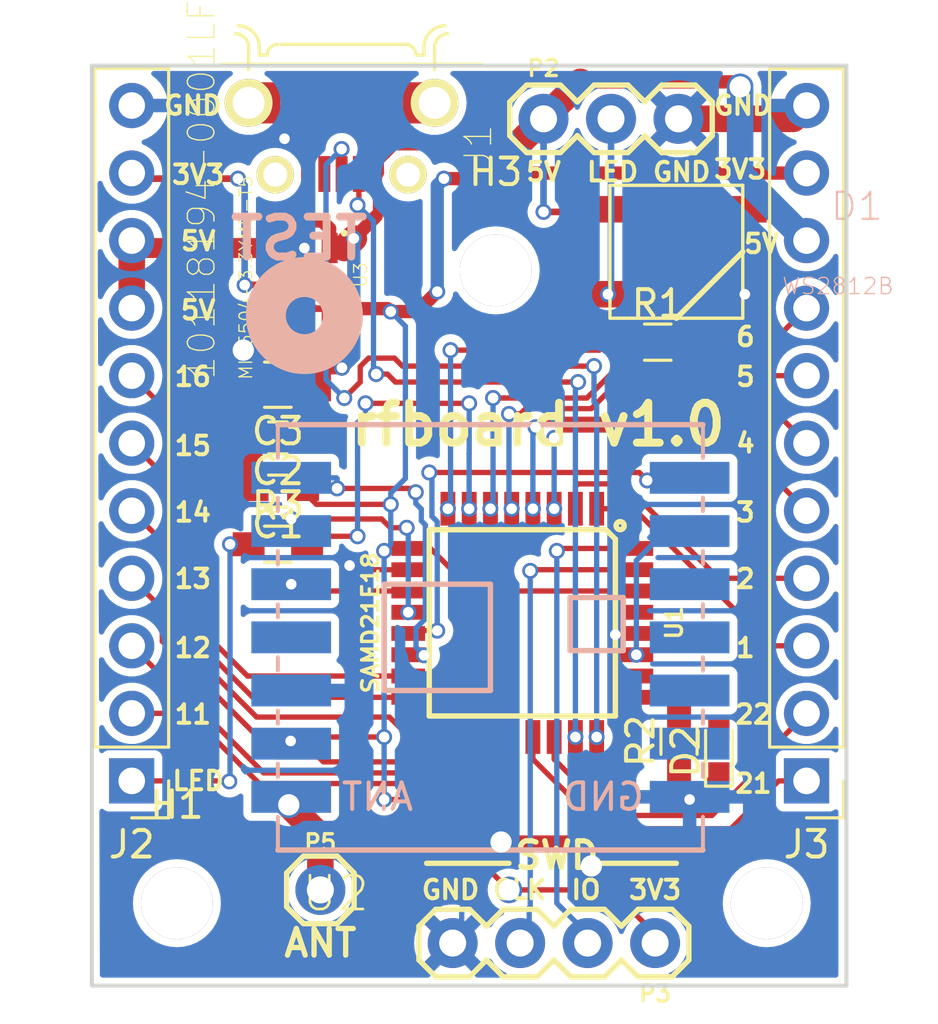
<source format=kicad_pcb>
(kicad_pcb (version 20221018) (generator pcbnew)
  (layers (0 "F.Cu" signal) (31 "B.Cu" signal) (34 "B.Paste" user) (35 "F.Paste" user) (36 "B.SilkS" user "B.Silkscreen") (37 "F.SilkS" user "F.Silkscreen") (38 "B.Mask" user) (39 "F.Mask" user) (44 "Edge.Cuts" user))
  (net 0 "")
  (net 1 "+3V3")
  (net 2 "GND")
  (net 3 "+5V")
  (net 4 "LED_EXTERNAL")
  (net 5 "Net-(D1-Pad4)")
  (net 6 "Net-(D2-Pad2)")
  (net 7 "USB_D-")
  (net 8 "USB_D+")
  (net 9 "Net-(J1-Pad4)")
  (net 10 "Net-(J2-Pad1)")
  (net 11 "ARM_SWDIO")
  (net 12 "ARM_SWCLK")
  (net 13 "ANTENNA")
  (net 14 "LED_INTERNAL")
  (net 15 "SIMPLE_LED")
  (net 16 "LED_EXTERNAL_2")
  (net 17 "RADIO_MOSI")
  (net 18 "RADIO_SCK")
  (net 19 "RADIO_MISO")
  (net 20 "RADIO_NSS")
  (net 21 "Net-(U1-Pad26)")
  (net 22 "RADIO_DIO0")
  (net 23 "Net-(U1-Pad29)")
  (net 24 "Net-(U2-Pad4)")
  (net 25 "Net-(U2-Pad10)")
  (net 26 "Net-(U2-Pad11)")
  (net 27 "Net-(U2-Pad12)")
  (net 28 "Net-(U2-Pad13)")
  (net 29 "L1")
  (net 30 "L2")
  (net 31 "L3")
  (net 32 "L4")
  (net 33 "L5")
  (net 34 "L6")
  (net 35 "R1")
  (net 36 "R2")
  (net 37 "R3")
  (net 38 "R4")
  (net 39 "R5")
  (net 40 "R6")
  (net 41 "R7")
  (net 42 "R8")
  (footprint "Capacitors_SMD:C_0603_HandSoldering" (layer "F.Cu") (at 113 144 180)
    (fp_text reference "C1")
    (fp_text value "1uF")
  )
  (footprint "Capacitors_SMD:C_0603_HandSoldering" (layer "F.Cu") (at 113 142 180)
    (fp_text reference "C2")
    (fp_text value "1uF")
  )
  (footprint "Capacitors_SMD:C_0805_HandSoldering" (layer "F.Cu") (at 113 140 180)
    (fp_text reference "C3")
    (fp_text value "10uF")
  )
  (footprint "homebrew:WS2812B" (layer "F.Cu") (at 128 135)
    (fp_text reference "D1")
    (fp_text value "WS2812B")
  )
  (footprint "LEDs:LED_0603" (layer "F.Cu") (at 129.6 153.8 90)
    (fp_text reference "D2")
    (fp_text value "LED" hide)
  )
  (footprint "10118194-0001LF:FRAMATOME_10118194-0001LF" (layer "F.Cu") (at 115.4 129.4 180)
    (fp_text reference "J1")
    (fp_text value "10118194-0001LF")
  )
  (footprint "Pin_Headers:Pin_Header_Straight_1x11_Pitch2.54mm" (layer "F.Cu") (at 107.5 154.9 180)
    (fp_text reference "J2")
    (fp_text value "CONN_01X11")
  )
  (footprint "Pin_Headers:Pin_Header_Straight_1x11_Pitch2.54mm" (layer "F.Cu") (at 132.9 154.9 180)
    (fp_text reference "J3")
    (fp_text value "CONN_01X11")
  )
  (footprint "Sparkfun-Connectors:1X03" (layer "F.Cu") (at 123 130)
    (fp_text reference "P2")
    (fp_text value "CONN_01X03" hide)
  )
  (footprint "Sparkfun-Connectors:1X04" (layer "F.Cu") (at 127.2 161 180)
    (fp_text reference "P3")
    (fp_text value "CONN_01X04" hide)
  )
  (footprint "Sparkfun-Connectors:1X01" (layer "F.Cu") (at 114.6 159)
    (fp_text reference "P5")
    (fp_text value "CONN_01X01" hide)
  )
  (footprint "Resistors_SMD:R_0603_HandSoldering" (layer "F.Cu") (at 127.3 138.4)
    (fp_text reference "R1")
    (fp_text value "220")
  )
  (footprint "Resistors_SMD:R_0603_HandSoldering" (layer "F.Cu") (at 128.1 153.4 90)
    (fp_text reference "R2")
    (fp_text value "1k")
  )
  (footprint "Resistors_SMD:R_0603_HandSoldering" (layer "F.Cu") (at 113 146)
    (fp_text reference "R3")
    (fp_text value "220")
  )
  (footprint "Sparkfun-Silicon-Standard:TQFP32-08" (layer "F.Cu") (at 122.20092 148.9574 -90)
    (fp_text reference "U1")
    (fp_text value "SAMD21E18")
  )
  (footprint "MIC5504-3.3YM5-T5:SOT23-5P95_280X145XL45X37N" (layer "F.Cu") (at 114 136 -90)
    (fp_text reference "U3")
    (fp_text value "MIC5504-3.3YM5-T5")
  )
  (footprint "homebrew:MountingHole_2.7mm_M2.5" (layer "F.Cu") (at 109.2 159.5)
    (fp_text reference "H1")
    (fp_text value "HOLE")
  )
  (footprint "homebrew:MountingHole_2.7mm_M2.5" (layer "F.Cu") (at 131.4 159.5)
    (fp_text reference "H2" hide)
    (fp_text value "HOLE")
  )
  (footprint "homebrew:MountingHole_2.7mm_M2.5" (layer "F.Cu") (at 121.2 135.7)
    (fp_text reference "H3")
    (fp_text value "HOLE")
  )
  (footprint "homebrew:RFM69CW-XXXS2_" (layer "B.Cu") (at 121.00052 149.50192)
    (fp_text reference "U2")
    (fp_text value "RFM69CW-915MHZ" hide)
  )
  (gr_circle (center 114 137.4) (end 114.7 137.4) (stroke (width 1.5)) (fill none) (layer "B.SilkS"))
  (gr_line (start 121.7 158) (end 118.6 158) (stroke (width 0.2)) (layer "F.SilkS"))
  (gr_line (start 125.2 158) (end 128 158) (stroke (width 0.2)) (layer "F.SilkS"))
  (gr_line (start 106 162.6) (end 106 128) (stroke (width 0.15)) (layer "Edge.Cuts"))
  (gr_line (start 134.4 128) (end 134.4 162.6) (stroke (width 0.15)) (layer "Edge.Cuts"))
  (gr_line (start 106 128) (end 134.4 128) (stroke (width 0.15)) (layer "Edge.Cuts"))
  (gr_line (start 134.4 162.6) (end 106 162.6) (stroke (width 0.15)) (layer "Edge.Cuts"))
  (gr_text "TEST" (at 113.8 134.5) (layer "B.SilkS") (effects (font (size 1.5 1.5) (thickness 0.3)) (justify mirror)))
  (gr_text "3V3" (at 130.4 131.9) (layer "F.SilkS") (effects (font (size 0.7 0.7))))
  (gr_text "5V" (at 131.2 134.7) (layer "F.SilkS") (effects (font (size 0.7 0.7))))
  (gr_text "GND" (at 109.8 129.5) (layer "F.SilkS") (effects (font (size 0.7 0.7))))
  (gr_text "3V3" (at 110 132.1) (layer "F.SilkS") (effects (font (size 0.7 0.7))))
  (gr_text "5V" (at 110 134.6) (layer "F.SilkS") (effects (font (size 0.7 0.7))))
  (gr_text "5V" (at 110 137.2) (layer "F.SilkS") (effects (font (size 0.7 0.7))))
  (gr_text "LED" (at 110 154.9) (layer "F.SilkS") (effects (font (size 0.7 0.7))))
  (gr_text "ANT" (at 114.6 161) (layer "F.SilkS") (effects (font (size 1 1) (thickness 0.2))))
  (gr_text "GND" (at 119.5 159) (layer "F.SilkS") (effects (font (size 0.7 0.7))))
  (gr_text "CLK" (at 122.1 159) (layer "F.SilkS") (effects (font (size 0.7 0.7))))
  (gr_text "IO" (at 124.6 159) (layer "F.SilkS") (effects (font (size 0.7 0.7))))
  (gr_text "3V3" (at 127.2 159) (layer "F.SilkS") (effects (font (size 0.7 0.7))))
  (gr_text "SWD" (at 123.5 157.7) (layer "F.SilkS") (effects (font (size 1 1) (thickness 0.2))))
  (gr_text "GND" (at 128.2 132) (layer "F.SilkS") (effects (font (size 0.7 0.7))))
  (gr_text "LED" (at 125.6 132) (layer "F.SilkS") (effects (font (size 0.7 0.7))))
  (gr_text "5V" (at 123 132) (layer "F.SilkS") (effects (font (size 0.7 0.7))))
  (gr_text "16" (at 109.8 139.7) (layer "F.SilkS") (effects (font (size 0.7 0.7))))
  (gr_text "15" (at 109.8 142.3) (layer "F.SilkS") (effects (font (size 0.7 0.7))))
  (gr_text "14" (at 109.8 144.8) (layer "F.SilkS") (effects (font (size 0.7 0.7))))
  (gr_text "13" (at 109.8 147.3) (layer "F.SilkS") (effects (font (size 0.7 0.7))))
  (gr_text "12" (at 109.8 149.9) (layer "F.SilkS") (effects (font (size 0.7 0.7))))
  (gr_text "11" (at 109.8 152.4) (layer "F.SilkS") (effects (font (size 0.7 0.7))))
  (gr_text "1" (at 130.6 149.9) (layer "F.SilkS") (effects (font (size 0.7 0.7))))
  (gr_text "2" (at 130.6 147.3) (layer "F.SilkS") (effects (font (size 0.7 0.7))))
  (gr_text "3" (at 130.6 144.8) (layer "F.SilkS") (effects (font (size 0.7 0.7))))
  (gr_text "4" (at 130.6 142.2) (layer "F.SilkS") (effects (font (size 0.7 0.7))))
  (gr_text "5" (at 130.6 139.7) (layer "F.SilkS") (effects (font (size 0.7 0.7))))
  (gr_text "6" (at 130.6 138.2) (layer "F.SilkS") (effects (font (size 0.7 0.7))))
  (gr_text "22" (at 130.9 152.4) (layer "F.SilkS") (effects (font (size 0.7 0.7))))
  (gr_text "21" (at 130.9 155) (layer "F.SilkS") (effects (font (size 0.7 0.7))))
  (gr_text "rfboard v1.0" (at 122.8 141.5) (layer "F.SilkS") (effects (font (size 1.5 1.5) (thickness 0.3))))
  (gr_text "GND" (at 130.5 129.5) (layer "F.SilkS") (effects (font (size 0.7 0.7))))
  (segment (start 107.71 132.25) (end 107.5 132.04) (width 0.25) (layer "F.Cu") (net 1))
  (segment (start 114.95 137.14) (end 114.4 137.14) (width 0.25) (layer "F.Cu") (net 1))
  (segment (start 117.90832 146.15832) (end 118.74332 146.15832) (width 0.2) (layer "F.Cu") (net 1))
  (segment (start 125.54 159) (end 127.54 161) (width 0.2) (layer "F.Cu") (net 1))
  (segment (start 111.5 132.25) (end 107.71 132.25) (width 0.25) (layer "F.Cu") (net 1))
  (segment (start 113.631549 153.25) (end 113.481579 153.39997) (width 0.2) (layer "F.Cu") (net 1))
  (segment (start 113.504999 136.244999) (end 111.755001 136.244999) (width 0.25) (layer "F.Cu") (net 1))
  (segment (start 117.25 144.5) (end 114.45 144.5) (width 0.2) (layer "F.Cu") (net 1))
  (segment (start 117.25 137.25) (end 118.25 137.25) (width 0.5) (layer "F.Cu") (net 1))
  (segment (start 117 155.6) (end 118.3 155.6) (width 0.2) (layer "F.Cu") (net 1))
  (segment (start 117 153.25) (end 113.631549 153.25) (width 0.2) (layer "F.Cu") (net 1))
  (segment (start 114.95 137.14) (end 117.14 137.14) (width 0.5) (layer "F.Cu") (net 1))
  (segment (start 111.755001 136.244999) (end 111.75 136.25) (width 0.25) (layer "F.Cu") (net 1))
  (segment (start 122.29 132.25) (end 122.5 132.04) (width 0.5) (layer "F.Cu") (net 1))
  (segment (start 120.34352 147.75852) (end 126.49352 147.75852) (width 0.2) (layer "F.Cu") (net 1))
  (segment (start 122.46 132.04) (end 122.5 132.04) (width 0.25) (layer "F.Cu") (net 1))
  (segment (start 118.25 137.25) (end 119 136.5) (width 0.5) (layer "F.Cu") (net 1))
  (segment (start 122.5 132.04) (end 132.9 132.04) (width 0.5) (layer "F.Cu") (net 1))
  (segment (start 118.3 155.6) (end 121.7 159) (width 0.2) (layer "F.Cu") (net 1))
  (segment (start 117 146.25) (end 117.81664 146.25) (width 0.2) (layer "F.Cu") (net 1))
  (segment (start 121.7 159) (end 125.54 159) (width 0.2) (layer "F.Cu") (net 1))
  (segment (start 119.25 132.25) (end 122.29 132.25) (width 0.5) (layer "F.Cu") (net 1))
  (segment (start 114.4 137.14) (end 113.504999 136.244999) (width 0.25) (layer "F.Cu") (net 1))
  (segment (start 118.74332 146.15832) (end 120.34352 147.75852) (width 0.2) (layer "F.Cu") (net 1))
  (segment (start 117.14 137.14) (end 117.25 137.25) (width 0.2) (layer "F.Cu") (net 1))
  (segment (start 114.45 144.5) (end 113.95 144) (width 0.2) (layer "F.Cu") (net 1))
  (segment (start 117.81664 146.25) (end 117.90832 146.15832) (width 0.2) (layer "F.Cu") (net 1))
  (via (at 117 153.25) (size 0.6) (drill 0.4) (layers "F.Cu" "B.Cu") (net 1))
  (via (at 111.5 132.25) (size 0.6) (drill 0.4) (layers "F.Cu" "B.Cu") (net 1))
  (via (at 111.75 136.25) (size 0.6) (drill 0.4) (layers "F.Cu" "B.Cu") (net 1))
  (via (at 117.25 144.5) (size 0.6) (drill 0.4) (layers "F.Cu" "B.Cu") (net 1))
  (via (at 119.25 132.25) (size 0.6) (drill 0.4) (layers "F.Cu" "B.Cu") (net 1))
  (via (at 117 146.25) (size 0.6) (drill 0.4) (layers "F.Cu" "B.Cu") (net 1))
  (via (at 117 155.6) (size 0.6) (drill 0.4) (layers "F.Cu" "B.Cu") (net 1))
  (via (at 117.25 137.25) (size 0.6) (drill 0.4) (layers "F.Cu" "B.Cu") (net 1))
  (via (at 119 136.5) (size 0.6) (drill 0.4) (layers "F.Cu" "B.Cu") (net 1))
  (via (at 113.481579 153.39997) (size 0.6) (drill 0.4) (layers "F.Cu" "B.Cu") (net 1))
  (via (at 121.7 159) (size 1) (drill 0.8) (layers "F.Cu" "B.Cu") (net 1))
  (segment (start 117.800002 143.525734) (end 117.25 144.075736) (width 0.2) (layer "B.Cu") (net 1))
  (segment (start 119 132.5) (end 119.25 132.25) (width 0.5) (layer "B.Cu") (net 1))
  (segment (start 117.25 137.25) (end 117.800002 137.800002) (width 0.2) (layer "B.Cu") (net 1))
  (segment (start 119 136.5) (end 119 132.5) (width 0.5) (layer "B.Cu") (net 1))
  (segment (start 111.75 132.5) (end 111.5 132.25) (width 0.25) (layer "B.Cu") (net 1))
  (segment (start 111.75 136.25) (end 111.75 132.5) (width 0.25) (layer "B.Cu") (net 1))
  (segment (start 117.25 146) (end 117 146.25) (width 0.2) (layer "B.Cu") (net 1))
  (segment (start 117 153.25) (end 117 155.4) (width 0.2) (layer "B.Cu") (net 1))
  (segment (start 117 146.25) (end 117 153.25) (width 0.2) (layer "B.Cu") (net 1))
  (segment (start 117.25 144.5) (end 117.25 146) (width 0.2) (layer "B.Cu") (net 1))
  (segment (start 117.800002 137.800002) (end 117.800002 143.525734) (width 0.2) (layer "B.Cu") (net 1))
  (segment (start 117.25 144.075736) (end 117.25 144.5) (width 0.2) (layer "B.Cu") (net 1))
  (segment (start 117 155.4) (end 117 155.6) (width 0.2) (layer "B.Cu") (net 1))
  (segment (start 126.49352 149.35618) (end 125.74382 149.35618) (width 0.2) (layer "F.Cu") (net 2))
  (segment (start 111.75 138.75) (end 111.7 138.7) (width 0.2) (layer "F.Cu") (net 2))
  (segment (start 111.75 140) (end 111.75 141.7) (width 0.75) (layer "F.Cu") (net 2))
  (segment (start 111.75 141.7) (end 112.05 142) (width 0.75) (layer "F.Cu") (net 2))
  (segment (start 111.75 140) (end 111.75 138.75) (width 0.5) (layer "F.Cu") (net 2))
  (segment (start 114.1 132.075) (end 114.1 131.6) (width 0.25) (layer "F.Cu") (net 2))
  (segment (start 114.1 131.6) (end 113.25 130.75) (width 0.25) (layer "F.Cu") (net 2))
  (segment (start 125.74382 149.35618) (end 125.7 149.4) (width 0.2) (layer "F.Cu") (net 2))
  (segment (start 132.4 130) (end 132.9 129.5) (width 1) (layer "F.Cu") (net 2))
  (segment (start 115.85842 146.95842) (end 115.7 146.8) (width 0.2) (layer "F.Cu") (net 2))
  (segment (start 117.90832 146.95842) (end 115.85842 146.95842) (width 0.2) (layer "F.Cu") (net 2))
  (segment (start 112.05 142) (end 112.05 144) (width 0.75) (layer "F.Cu") (net 2))
  (segment (start 129.6 154.6) (end 129.498602 154.6) (width 0.2) (layer "F.Cu") (net 2))
  (segment (start 129.498602 154.6) (end 128.4986 155.600002) (width 0.2) (layer "F.Cu") (net 2))
  (segment (start 121.4 157.2) (end 123.9 157.2) (width 0.5) (layer "F.Cu") (net 2))
  (segment (start 123.9 157.2) (end 124.8 158.1) (width 0.5) (layer "F.Cu") (net 2))
  (segment (start 128.08 130) (end 132.4 130) (width 1) (layer "F.Cu") (net 2))
  (via (at 124.8 158.1) (size 1) (drill 0.8) (layers "F.Cu" "B.Cu") (net 2))
  (via (at 121.4 157.2) (size 1) (drill 0.8) (layers "F.Cu" "B.Cu") (net 2))
  (via (at 128.4986 155.600002) (size 0.6) (drill 0.4) (layers "F.Cu" "B.Cu") (net 2))
  (via (at 111.7 138.7) (size 1) (drill 0.8) (layers "F.Cu" "B.Cu") (net 2))
  (via (at 113.25 130.75) (size 0.6) (drill 0.4) (layers "F.Cu" "B.Cu") (net 2))
  (via (at 115.7 146.8) (size 0.6) (drill 0.4) (layers "F.Cu" "B.Cu") (net 2))
  (via (at 125.7 149.4) (size 0.6) (drill 0.4) (layers "F.Cu" "B.Cu") (net 2))
  (via (at 130.57556 136.59766) (size 0.6) (drill 0.4) (layers "F.Cu" "B.Cu") (net 2))
  (via (at 114 134.86) (size 0.6) (drill 0.4) (layers "F.Cu" "B.Cu") (net 2))
  (segment (start 119.92 161) (end 119.92 159.670923) (width 0.2) (layer "B.Cu") (net 2))
  (segment (start 125.7 148.975736) (end 125.8 148.875736) (width 0.2) (layer "B.Cu") (net 2))
  (segment (start 128.4986 155.5014) (end 128.6986 155.5014) (width 0.2) (layer "B.Cu") (net 2))
  (segment (start 125.7 149.4) (end 125.7 148.975736) (width 0.2) (layer "B.Cu") (net 2))
  (segment (start 120.4 158.2) (end 121.4 157.2) (width 0.2) (layer "B.Cu") (net 2))
  (segment (start 119.92 159.670923) (end 120.4 159.190923) (width 0.2) (layer "B.Cu") (net 2))
  (segment (start 120.4 159.190923) (end 120.4 158.2) (width 0.2) (layer "B.Cu") (net 2))
  (segment (start 125.8 148.875736) (end 125.8 145.5) (width 0.2) (layer "B.Cu") (net 2))
  (segment (start 115.5 134.86) (end 115.86 134.5) (width 1) (layer "F.Cu") (net 3))
  (segment (start 107.78 134.86) (end 107.5 134.58) (width 0.75) (layer "F.Cu") (net 3))
  (segment (start 114.987993 139.362542) (end 115.412257 139.362542) (width 0.5) (layer "F.Cu") (net 3))
  (segment (start 116.745999 131.546079) (end 116.745999 132.029001) (width 0.5) (layer "F.Cu") (net 3))
  (segment (start 122.060201 130.939799) (end 117.352279 130.939799) (width 0.5) (layer "F.Cu") (net 3))
  (segment (start 123 130) (end 122.060201 130.939799) (width 1) (layer "F.Cu") (net 3))
  (segment (start 114.95 134.129998) (end 114.660001 133.839999) (width 0.5) (layer "F.Cu") (net 3))
  (segment (start 114.95 134.86) (end 114.95 134.129998) (width 0.5) (layer "F.Cu") (net 3))
  (segment (start 116.7 132.075) (end 116.7 133.66) (width 0.25) (layer "F.Cu") (net 3))
  (segment (start 113.339999 133.839999) (end 113.05 134.129998) (width 0.5) (layer "F.Cu") (net 3))
  (segment (start 114.375 140) (end 114.25 140) (width 0.75) (layer "F.Cu") (net 3))
  (segment (start 113.05 134.129998) (end 113.05 134.86) (width 0.5) (layer "F.Cu") (net 3))
  (segment (start 116.745999 132.029001) (end 116.725001 132.049999) (width 0.5) (layer "F.Cu") (net 3))
  (segment (start 114.25 141.7) (end 113.95 142) (width 0.75) (layer "F.Cu") (net 3))
  (segment (start 113.05 134.86) (end 107.78 134.86) (width 0.75) (layer "F.Cu") (net 3))
  (segment (start 107.5 134.58) (end 107.5 137.12) (width 1) (layer "F.Cu") (net 3))
  (segment (start 114.25 140) (end 114.25 141.7) (width 0.75) (layer "F.Cu") (net 3))
  (segment (start 114.887458 139.362542) (end 114.987993 139.362542) (width 0.5) (layer "F.Cu") (net 3))
  (segment (start 124.389801 128.610199) (end 130.210199 128.610199) (width 0.5) (layer "F.Cu") (net 3))
  (segment (start 125.32678 133.5) (end 125.42444 133.40234) (width 0.5) (layer "F.Cu") (net 3))
  (segment (start 117.352279 130.939799) (end 116.745999 131.546079) (width 0.5) (layer "F.Cu") (net 3))
  (segment (start 123 133.5) (end 125.32678 133.5) (width 0.25) (layer "F.Cu") (net 3))
  (segment (start 114.25 140) (end 114.887458 139.362542) (width 0.5) (layer "F.Cu") (net 3))
  (segment (start 115.5 134.86) (end 114.95 134.86) (width 0.5) (layer "F.Cu") (net 3))
  (segment (start 116.7 133.66) (end 115.86 134.5) (width 0.5) (layer "F.Cu") (net 3))
  (segment (start 130.210199 128.610199) (end 130.4 128.8) (width 0.5) (layer "F.Cu") (net 3))
  (segment (start 125.75 133.07678) (end 125.42444 133.40234) (width 0.25) (layer "F.Cu") (net 3))
  (segment (start 123 130) (end 124.389801 128.610199) (width 1) (layer "F.Cu") (net 3))
  (segment (start 114.660001 133.839999) (end 113.339999 133.839999) (width 0.5) (layer "F.Cu") (net 3))
  (via (at 115.412257 139.362542) (size 0.6) (drill 0.4) (layers "F.Cu" "B.Cu") (net 3))
  (via (at 130.4 128.8) (size 1) (drill 0.8) (layers "F.Cu" "B.Cu") (net 3))
  (via (at 123 133.5) (size 0.6) (drill 0.4) (layers "F.Cu" "B.Cu") (net 3))
  (via (at 115.86 134.5) (size 0.6) (drill 0.4) (layers "F.Cu" "B.Cu") (net 3))
  (segment (start 115.86 134.5) (end 115.86 138.914799) (width 0.5) (layer "B.Cu") (net 3))
  (segment (start 115.86 138.914799) (end 115.712256 139.062543) (width 0.5) (layer "B.Cu") (net 3))
  (segment (start 123 130) (end 123 133.5) (width 0.25) (layer "B.Cu") (net 3))
  (segment (start 130.4 132.08) (end 132.9 134.58) (width 1) (layer "B.Cu") (net 3))
  (segment (start 107.92 135) (end 107.5 134.58) (width 0.5) (layer "B.Cu") (net 3))
  (segment (start 115.712256 139.062543) (end 115.412257 139.362542) (width 0.5) (layer "B.Cu") (net 3))
  (segment (start 130.4 128.8) (end 130.4 132.08) (width 1) (layer "B.Cu") (net 3))
  (via (at 125.42444 136.59766) (size 0.6) (drill 0.4) (layers "F.Cu" "B.Cu") (net 4))
  (segment (start 125.54 130) (end 125.54 136.4821) (width 0.25) (layer "B.Cu") (net 4))
  (segment (start 125.5 130.04) (end 125.54 130) (width 0.25) (layer "B.Cu") (net 4))
  (segment (start 125.54 136.4821) (end 125.42444 136.59766) (width 0.25) (layer "B.Cu") (net 4))
  (segment (start 130.57556 133.40234) (end 129.55006 133.40234) (width 0.2) (layer "F.Cu") (net 5))
  (segment (start 129.55006 133.40234) (end 128.4 134.5524) (width 0.2) (layer "F.Cu") (net 5))
  (segment (start 128.4 134.5524) (end 128.4 137.75) (width 0.2) (layer "F.Cu") (net 5))
  (segment (start 128.4 137.75) (end 128.4 138.4) (width 0.2) (layer "F.Cu") (net 5))
  (segment (start 128.1 154.5) (end 128.1 153.9) (width 0.2) (layer "F.Cu") (net 6))
  (segment (start 129 153) (end 129.6 153) (width 0.2) (layer "F.Cu") (net 6))
  (segment (start 128.1 153.9) (end 129 153) (width 0.2) (layer "F.Cu") (net 6))
  (segment (start 117.124264 139.6) (end 117.424232 139.899968) (width 0.2) (layer "F.Cu") (net 7))
  (segment (start 116.05 132.075) (end 116.05 133.2) (width 0.2) (layer "F.Cu") (net 7))
  (segment (start 116.7 139.6) (end 117.124264 139.6) (width 0.2) (layer "F.Cu") (net 7))
  (segment (start 123.875736 139.899968) (end 124.3 139.899968) (width 0.2) (layer "F.Cu") (net 7))
  (segment (start 117.424232 139.899968) (end 123.875736 139.899968) (width 0.2) (layer "F.Cu") (net 7))
  (segment (start 116.05 133.2) (end 116 133.25) (width 0.2) (layer "F.Cu") (net 7))
  (via (at 116 133.25) (size 0.6) (drill 0.4) (layers "F.Cu" "B.Cu") (net 7))
  (via (at 124.3 139.899968) (size 0.6) (drill 0.4) (layers "F.Cu" "B.Cu") (net 7))
  (via (at 116.7 139.6) (size 0.6) (drill 0.4) (layers "F.Cu" "B.Cu") (net 7))
  (via (at 124.1999 153.25) (size 0.6) (drill 0.4) (layers "F.Cu" "B.Cu") (net 7))
  (segment (start 116.6 139.5) (end 116.6 133.85) (width 0.2) (layer "B.Cu") (net 7))
  (segment (start 124.1999 140.000068) (end 124.3 139.899968) (width 0.2) (layer "B.Cu") (net 7))
  (segment (start 116.6 133.85) (end 116.5 133.75) (width 0.2) (layer "B.Cu") (net 7))
  (segment (start 116.7 139.6) (end 116.6 139.5) (width 0.2) (layer "B.Cu") (net 7))
  (segment (start 116.5 133.75) (end 116 133.25) (width 0.2) (layer "B.Cu") (net 7))
  (segment (start 124.1999 153.25) (end 124.1999 140.000068) (width 0.2) (layer "B.Cu") (net 7))
  (segment (start 124.475702 139.299966) (end 124.475736 139.3) (width 0.2) (layer "F.Cu") (net 8))
  (segment (start 116.411999 138.999999) (end 117.388001 138.999999) (width 0.2) (layer "F.Cu") (net 8))
  (segment (start 124.011998 139.299966) (end 124.475702 139.299966) (width 0.2) (layer "F.Cu") (net 8))
  (segment (start 116.099999 139.900003) (end 116.099999 139.311999) (width 0.2) (layer "F.Cu") (net 8))
  (segment (start 124.475736 139.3) (end 124.9 139.3) (width 0.2) (layer "F.Cu") (net 8))
  (segment (start 115.4 132.075) (end 115.4 131.136608) (width 0.2) (layer "F.Cu") (net 8))
  (segment (start 117.388001 138.999999) (end 117.688002 139.3) (width 0.2) (layer "F.Cu") (net 8))
  (segment (start 115.500002 140.5) (end 116.099999 139.900003) (width 0.2) (layer "F.Cu") (net 8))
  (segment (start 124.011964 139.3) (end 124.011998 139.299966) (width 0.2) (layer "F.Cu") (net 8))
  (segment (start 115.4 131.136608) (end 115.400001 131.136607) (width 0.2) (layer "F.Cu") (net 8))
  (segment (start 117.688002 139.3) (end 124.011964 139.3) (width 0.2) (layer "F.Cu") (net 8))
  (segment (start 116.099999 139.311999) (end 116.411999 138.999999) (width 0.2) (layer "F.Cu") (net 8))
  (via (at 125 153.25) (size 0.6) (drill 0.4) (layers "F.Cu" "B.Cu") (net 8))
  (via (at 115.400001 131.136607) (size 0.6) (drill 0.4) (layers "F.Cu" "B.Cu") (net 8))
  (via (at 124.9 139.3) (size 0.6) (drill 0.4) (layers "F.Cu" "B.Cu") (net 8))
  (via (at 115.500002 140.5) (size 0.6) (drill 0.4) (layers "F.Cu" "B.Cu") (net 8))
  (segment (start 114.812256 139.812254) (end 115.200003 140.200001) (width 0.2) (layer "B.Cu") (net 8))
  (segment (start 124.9 140.65) (end 125 140.75) (width 0.2) (layer "B.Cu") (net 8))
  (segment (start 114.812256 131.724352) (end 114.812256 139.812254) (width 0.2) (layer "B.Cu") (net 8))
  (segment (start 115.200003 140.200001) (end 115.500002 140.5) (width 0.2) (layer "B.Cu") (net 8))
  (segment (start 125 140.75) (end 125 153.25) (width 0.2) (layer "B.Cu") (net 8))
  (segment (start 115.400001 131.136607) (end 114.812256 131.724352) (width 0.2) (layer "B.Cu") (net 8))
  (segment (start 124.9 139.3) (end 124.9 140.65) (width 0.2) (layer "B.Cu") (net 8))
  (segment (start 111.9 146) (end 111.2 146) (width 0.2) (layer "F.Cu") (net 10))
  (segment (start 107.5 154.9) (end 111.151456 154.9) (width 0.2) (layer "F.Cu") (net 10))
  (segment (start 111.151456 154.9) (end 111.172738 154.921282) (width 0.2) (layer "F.Cu") (net 10))
  (via (at 111.2 146) (size 0.6) (drill 0.4) (layers "F.Cu" "B.Cu") (net 10))
  (via (at 111.172738 154.921282) (size 0.6) (drill 0.4) (layers "F.Cu" "B.Cu") (net 10))
  (segment (start 111.2 146) (end 111.2 154.89402) (width 0.2) (layer "B.Cu") (net 10))
  (segment (start 111.2 154.89402) (end 111.172738 154.921282) (width 0.2) (layer "B.Cu") (net 10))
  (segment (start 123.59168 146.15832) (end 123.5 146.25) (width 0.2) (layer "F.Cu") (net 11))
  (segment (start 126.49352 146.15832) (end 123.59168 146.15832) (width 0.2) (layer "F.Cu") (net 11))
  (via (at 123.5 146.25) (size 0.6) (drill 0.4) (layers "F.Cu" "B.Cu") (net 11))
  (segment (start 123.5 159.5) (end 123.7 159.7) (width 0.2) (layer "B.Cu") (net 11))
  (segment (start 123.6 159.6) (end 123.7 159.7) (width 0.2) (layer "B.Cu") (net 11))
  (segment (start 123.5 146.25) (end 123.5 159.5) (width 0.2) (layer "B.Cu") (net 11))
  (segment (start 123.7 159.7) (end 125 161) (width 0.2) (layer "B.Cu") (net 11))
  (segment (start 122.54158 146.95842) (end 122.5 147) (width 0.2) (layer "F.Cu") (net 12))
  (segment (start 126.49352 146.95842) (end 122.54158 146.95842) (width 0.2) (layer "F.Cu") (net 12))
  (via (at 122.5 147) (size 0.6) (drill 0.4) (layers "F.Cu" "B.Cu") (net 12))
  (segment (start 122.46 159.670923) (end 122.5 159.630923) (width 0.2) (layer "B.Cu") (net 12))
  (segment (start 122.46 161) (end 122.46 159.670923) (width 0.2) (layer "B.Cu") (net 12))
  (segment (start 122.5 147.424264) (end 122.5 147) (width 0.2) (layer "B.Cu") (net 12))
  (segment (start 122.5 159.630923) (end 122.5 147.424264) (width 0.2) (layer "B.Cu") (net 12))
  (segment (start 113.911075 156.300009) (end 113.411076 155.80001) (width 1) (layer "F.Cu") (net 13))
  (segment (start 114.6 156.988934) (end 113.911075 156.300009) (width 1) (layer "F.Cu") (net 13))
  (segment (start 114.6 159) (end 114.6 156.988934) (width 1) (layer "F.Cu") (net 13))
  (via (at 113.411076 155.80001) (size 1) (drill 0.8) (layers "F.Cu" "B.Cu") (net 13))
  (segment (start 125.4 138.4) (end 125.1 138.7) (width 0.2) (layer "F.Cu") (net 14))
  (segment (start 125.1 138.7) (end 119.5 138.7) (width 0.2) (layer "F.Cu") (net 14))
  (segment (start 126.2 138.4) (end 125.4 138.4) (width 0.2) (layer "F.Cu") (net 14))
  (via (at 119.5 138.7) (size 0.6) (drill 0.4) (layers "F.Cu" "B.Cu") (net 14))
  (via (at 119.399648 144.6648) (size 0.6) (drill 0.4) (layers "F.Cu" "B.Cu") (net 14))
  (segment (start 119.5 144.564448) (end 119.399648 144.6648) (width 0.2) (layer "B.Cu") (net 14))
  (segment (start 119.5 138.7) (end 119.5 144.564448) (width 0.2) (layer "B.Cu") (net 14))
  (segment (start 126.49352 151.75648) (end 127.55648 151.75648) (width 0.2) (layer "F.Cu") (net 15))
  (segment (start 127.55648 151.75648) (end 128.1 152.3) (width 0.2) (layer "F.Cu") (net 15))
  (segment (start 114.4 145.7) (end 114.1 146) (width 0.2) (layer "F.Cu") (net 16))
  (segment (start 120.2 140.7) (end 116.3 140.7) (width 0.2) (layer "F.Cu") (net 16))
  (segment (start 116 145.7) (end 114.4 145.7) (width 0.2) (layer "F.Cu") (net 16))
  (via (at 116.3 140.7) (size 0.6) (drill 0.4) (layers "F.Cu" "B.Cu") (net 16))
  (via (at 116 145.7) (size 0.6) (drill 0.4) (layers "F.Cu" "B.Cu") (net 16))
  (via (at 120.199661 144.6648) (size 0.6) (drill 0.4) (layers "F.Cu" "B.Cu") (net 16))
  (via (at 120.2 140.7) (size 0.6) (drill 0.4) (layers "F.Cu" "B.Cu") (net 16))
  (segment (start 120.20194 142.60194) (end 120.20194 140.70194) (width 0.2) (layer "B.Cu") (net 16))
  (segment (start 120.199661 144.240536) (end 120.199661 144.6648) (width 0.2) (layer "B.Cu") (net 16))
  (segment (start 120.20194 142.60194) (end 120.2 142.6) (width 0.2) (layer "B.Cu") (net 16))
  (segment (start 116 141.424264) (end 116 142.6) (width 0.2) (layer "B.Cu") (net 16))
  (segment (start 120.20194 140.70194) (end 120.2 140.7) (width 0.2) (layer "B.Cu") (net 16))
  (segment (start 120.199661 142.604219) (end 120.199661 144.240536) (width 0.2) (layer "B.Cu") (net 16))
  (segment (start 116.3 141.124264) (end 116 141.424264) (width 0.2) (layer "B.Cu") (net 16))
  (segment (start 120.20194 142.60194) (end 120.199661 142.604219) (width 0.2) (layer "B.Cu") (net 16))
  (segment (start 116.3 140.7) (end 116.3 141.124264) (width 0.2) (layer "B.Cu") (net 16))
  (segment (start 116 142.6) (end 116 145.7) (width 0.2) (layer "B.Cu") (net 16))
  (segment (start 117.90832 147.75852) (end 113.75802 147.75852) (width 0.2) (layer "F.Cu") (net 17))
  (segment (start 113.75802 147.75852) (end 113.50244 147.50294) (width 0.2) (layer "F.Cu") (net 17))
  (via (at 113.50244 147.50294) (size 0.6) (drill 0.4) (layers "F.Cu" "B.Cu") (net 17))
  (segment (start 114.50294 147.50294) (end 114.75852 147.75852) (width 0.2) (layer "B.Cu") (net 17))
  (segment (start 113.50244 147.50294) (end 114.50294 147.50294) (width 0.2) (layer "B.Cu") (net 17))
  (segment (start 113.50244 145.049998) (end 116.9044 145.049998) (width 0.2) (layer "F.Cu") (net 18))
  (segment (start 116.9044 145.049998) (end 117.23332 145.378918) (width 0.2) (layer "F.Cu") (net 18))
  (segment (start 117.23332 145.378918) (end 117.85001 145.378918) (width 0.2) (layer "F.Cu") (net 18))
  (via (at 117.90832 148.55862) (size 0.6) (drill 0.4) (layers "F.Cu" "B.Cu") (net 18))
  (via (at 117.85001 145.378918) (size 0.6) (drill 0.4) (layers "F.Cu" "B.Cu") (net 18))
  (via (at 113.50244 145.049998) (size 0.6) (drill 0.4) (layers "F.Cu" "B.Cu") (net 18))
  (segment (start 117.90832 145.437228) (end 117.85001 145.378918) (width 0.2) (layer "B.Cu") (net 18))
  (segment (start 113.50244 145.049998) (end 113.50244 145.50396) (width 0.2) (layer "B.Cu") (net 18))
  (segment (start 117.90832 148.55862) (end 117.90832 145.437228) (width 0.2) (layer "B.Cu") (net 18))
  (segment (start 126.9 143.6) (end 126.600001 143.300001) (width 0.2) (layer "F.Cu") (net 19))
  (segment (start 118.700001 143.300001) (end 118.7 143.3) (width 0.2) (layer "F.Cu") (net 19))
  (segment (start 118.0145 149.25) (end 117.90832 149.35618) (width 0.2) (layer "F.Cu") (net 19))
  (segment (start 119 149.25) (end 118.0145 149.25) (width 0.2) (layer "F.Cu") (net 19))
  (segment (start 126.600001 143.300001) (end 118.700001 143.300001) (width 0.2) (layer "F.Cu") (net 19))
  (via (at 119 149.25) (size 0.6) (drill 0.4) (layers "F.Cu" "B.Cu") (net 19))
  (via (at 118.7 143.3) (size 0.6) (drill 0.4) (layers "F.Cu" "B.Cu") (net 19))
  (via (at 126.9 143.6) (size 0.6) (drill 0.4) (layers "F.Cu" "B.Cu") (net 19))
  (segment (start 118.7 143.3) (end 118.799646 143.399646) (width 0.2) (layer "B.Cu") (net 19))
  (segment (start 119 145.153156) (end 119 148.825736) (width 0.2) (layer "B.Cu") (net 19))
  (segment (start 118.799646 143.399646) (end 118.799646 144.952802) (width 0.2) (layer "B.Cu") (net 19))
  (segment (start 119 148.825736) (end 119 149.25) (width 0.2) (layer "B.Cu") (net 19))
  (segment (start 128.4986 143.50244) (end 128.099998 143.50244) (width 0.2) (layer "B.Cu") (net 19))
  (segment (start 118.799646 144.952802) (end 119 145.153156) (width 0.2) (layer "B.Cu") (net 19))
  (segment (start 126.9 143.6) (end 128.40104 143.6) (width 0.2) (layer "B.Cu") (net 19))
  (segment (start 128.40104 143.6) (end 128.4986 143.50244) (width 0.2) (layer "B.Cu") (net 19))
  (segment (start 115.229516 143.89999) (end 118.048491 143.89999) (width 0.2) (layer "F.Cu") (net 20))
  (segment (start 118.048491 143.89999) (end 118.191902 144.043401) (width 0.2) (layer "F.Cu") (net 20))
  (segment (start 118.479302 150.15628) (end 118.5 150.176978) (width 0.2) (layer "F.Cu") (net 20))
  (segment (start 117.90832 150.15628) (end 118.479302 150.15628) (width 0.2) (layer "F.Cu") (net 20))
  (via (at 115.229516 143.89999) (size 0.6) (drill 0.4) (layers "F.Cu" "B.Cu") (net 20))
  (via (at 118.191902 144.043401) (size 0.6) (drill 0.4) (layers "F.Cu" "B.Cu") (net 20))
  (via (at 118.5 150.176978) (size 0.6) (drill 0.4) (layers "F.Cu" "B.Cu") (net 20))
  (segment (start 118.5 150.176978) (end 118.200001 149.876979) (width 0.2) (layer "B.Cu") (net 20))
  (segment (start 118.549999 145.268855) (end 118.399635 145.118491) (width 0.2) (layer "B.Cu") (net 20))
  (segment (start 118.200001 149.154941) (end 118.549999 148.804943) (width 0.2) (layer "B.Cu") (net 20))
  (segment (start 118.200001 149.876979) (end 118.200001 149.154941) (width 0.2) (layer "B.Cu") (net 20))
  (segment (start 118.549999 148.804943) (end 118.549999 145.268855) (width 0.2) (layer "B.Cu") (net 20))
  (segment (start 115.20231 143.50244) (end 115.229516 143.529646) (width 0.2) (layer "B.Cu") (net 20))
  (segment (start 118.399635 144.675398) (end 118.191902 144.467665) (width 0.2) (layer "B.Cu") (net 20))
  (segment (start 113.50244 143.50244) (end 115.20231 143.50244) (width 0.2) (layer "B.Cu") (net 20))
  (segment (start 118.191902 144.467665) (end 118.191902 144.043401) (width 0.2) (layer "B.Cu") (net 20))
  (segment (start 118.399635 145.118491) (end 118.399635 144.675398) (width 0.2) (layer "B.Cu") (net 20))
  (segment (start 115.229516 143.529646) (end 115.229516 143.89999) (width 0.2) (layer "B.Cu") (net 20))
  (via (at 126.49352 150.15628) (size 0.6) (drill 0.4) (layers "F.Cu" "B.Cu") (net 22))
  (segment (start 128.4986 145.50396) (end 127.59817 145.50396) (width 0.2) (layer "B.Cu") (net 22))
  (segment (start 127.24604 145.50396) (end 127 145.75) (width 0.2) (layer "B.Cu") (net 22))
  (segment (start 126.49352 146.60861) (end 126.49352 150.15628) (width 0.2) (layer "B.Cu") (net 22))
  (segment (start 127.59817 145.50396) (end 126.49352 146.60861) (width 0.2) (layer "B.Cu") (net 22))
  (segment (start 128.4986 145.50396) (end 127.24604 145.50396) (width 0.2) (layer "B.Cu") (net 22))
  (segment (start 112.3 155) (end 109.66 152.36) (width 0.2) (layer "F.Cu") (net 29))
  (segment (start 120.88714 155) (end 112.3 155) (width 0.2) (layer "F.Cu") (net 29))
  (segment (start 121.80214 153.25) (end 121.80214 154.085) (width 0.2) (layer "F.Cu") (net 29))
  (segment (start 109.66 152.36) (end 107.5 152.36) (width 0.2) (layer "F.Cu") (net 29))
  (segment (start 121.80214 154.085) (end 120.88714 155) (width 0.2) (layer "F.Cu") (net 29))
  (segment (start 120.487051 154.599989) (end 112.465689 154.599989) (width 0.2) (layer "F.Cu") (net 30))
  (segment (start 108.535699 150.669999) (end 108.349999 150.669999) (width 0.2) (layer "F.Cu") (net 30))
  (segment (start 121.00204 154.085) (end 120.487051 154.599989) (width 0.2) (layer "F.Cu") (net 30))
  (segment (start 108.349999 150.669999) (end 107.5 149.82) (width 0.2) (layer "F.Cu") (net 30))
  (segment (start 112.465689 154.599989) (end 108.535699 150.669999) (width 0.2) (layer "F.Cu") (net 30))
  (segment (start 121.00204 153.25) (end 121.00204 154.085) (width 0.2) (layer "F.Cu") (net 30))
  (segment (start 120.101939 154.185001) (end 114.716401 154.185001) (width 0.2) (layer "F.Cu") (net 31))
  (segment (start 108.650001 148.430001) (end 108.349999 148.129999) (width 0.2) (layer "F.Cu") (net 31))
  (segment (start 108.650001 149.650001) (end 108.650001 148.430001) (width 0.2) (layer "F.Cu") (net 31))
  (segment (start 120.20194 153.25) (end 120.20194 154.085) (width 0.2) (layer "F.Cu") (net 31))
  (segment (start 114.53138 153.99998) (end 112.99998 153.99998) (width 0.2) (layer "F.Cu") (net 31))
  (segment (start 112.99998 153.99998) (end 108.650001 149.650001) (width 0.2) (layer "F.Cu") (net 31))
  (segment (start 120.20194 154.085) (end 120.101939 154.185001) (width 0.2) (layer "F.Cu") (net 31))
  (segment (start 114.716401 154.185001) (end 114.53138 153.99998) (width 0.2) (layer "F.Cu") (net 31))
  (segment (start 108.349999 148.129999) (end 107.5 147.28) (width 0.2) (layer "F.Cu") (net 31))
  (segment (start 112.2 152.5) (end 109.050012 149.350012) (width 0.2) (layer "F.Cu") (net 32))
  (segment (start 109.050012 146.290012) (end 108.349999 145.589999) (width 0.2) (layer "F.Cu") (net 32))
  (segment (start 108.349999 145.589999) (end 107.5 144.74) (width 0.2) (layer "F.Cu") (net 32))
  (segment (start 117.947438 153.25) (end 117.197438 152.5) (width 0.2) (layer "F.Cu") (net 32))
  (segment (start 119.40184 153.25) (end 117.947438 153.25) (width 0.2) (layer "F.Cu") (net 32))
  (segment (start 117.197438 152.5) (end 112.2 152.5) (width 0.2) (layer "F.Cu") (net 32))
  (segment (start 109.050012 149.350012) (end 109.050012 146.290012) (width 0.2) (layer "F.Cu") (net 32))
  (segment (start 112.05648 151.75648) (end 109.450023 149.150023) (width 0.2) (layer "F.Cu") (net 33))
  (segment (start 108.349999 143.049999) (end 107.5 142.2) (width 0.2) (layer "F.Cu") (net 33))
  (segment (start 117.90832 151.75648) (end 112.05648 151.75648) (width 0.2) (layer "F.Cu") (net 33))
  (segment (start 109.450023 144.150023) (end 108.349999 143.049999) (width 0.2) (layer "F.Cu") (net 33))
  (segment (start 109.450023 149.150023) (end 109.450023 144.150023) (width 0.2) (layer "F.Cu") (net 33))
  (segment (start 108.349999 140.509999) (end 107.5 139.66) (width 0.2) (layer "F.Cu") (net 34))
  (segment (start 109.850034 148.950034) (end 109.850034 142.010034) (width 0.2) (layer "F.Cu") (net 34))
  (segment (start 117.90832 150.95638) (end 111.85638 150.95638) (width 0.2) (layer "F.Cu") (net 34))
  (segment (start 109.850034 142.010034) (end 108.349999 140.509999) (width 0.2) (layer "F.Cu") (net 34))
  (segment (start 111.85638 150.95638) (end 109.850034 148.950034) (width 0.2) (layer "F.Cu") (net 34))
  (segment (start 130.05 156.7) (end 131.85 154.9) (width 0.2) (layer "F.Cu") (net 35))
  (segment (start 122.5997 153.25) (end 122.5997 154.085) (width 0.2) (layer "F.Cu") (net 35))
  (segment (start 122.5997 154.085) (end 125.2147 156.7) (width 0.2) (layer "F.Cu") (net 35))
  (segment (start 125.2147 156.7) (end 130.05 156.7) (width 0.2) (layer "F.Cu") (net 35))
  (segment (start 131.85 154.9) (end 132.9 154.9) (width 0.2) (layer "F.Cu") (net 35))
  (segment (start 128.786601 156.200003) (end 128.786604 156.2) (width 0.2) (layer "F.Cu") (net 36))
  (segment (start 125.514803 156.200003) (end 128.786601 156.200003) (width 0.2) (layer "F.Cu") (net 36))
  (segment (start 132.050001 153.209999) (end 132.9 152.36) (width 0.2) (layer "F.Cu") (net 36))
  (segment (start 123.3998 154.085) (end 125.514803 156.200003) (width 0.2) (layer "F.Cu") (net 36))
  (segment (start 129.339999 156.200003) (end 132.050001 153.490001) (width 0.2) (layer "F.Cu") (net 36))
  (segment (start 128.786601 156.200003) (end 129.339999 156.200003) (width 0.2) (layer "F.Cu") (net 36))
  (segment (start 132.050001 153.490001) (end 132.050001 153.209999) (width 0.2) (layer "F.Cu") (net 36))
  (segment (start 123.3998 153.25) (end 123.3998 154.085) (width 0.2) (layer "F.Cu") (net 36))
  (segment (start 131.5543 149.82) (end 132.9 149.82) (width 0.2) (layer "F.Cu") (net 37))
  (segment (start 126.3991 144.6648) (end 131.5543 149.82) (width 0.2) (layer "F.Cu") (net 37))
  (segment (start 125 144.6648) (end 126.3991 144.6648) (width 0.2) (layer "F.Cu") (net 37))
  (segment (start 124.1999 143.8298) (end 124.299901 143.729799) (width 0.2) (layer "F.Cu") (net 38))
  (segment (start 129.58 147.28) (end 132.9 147.28) (width 0.2) (layer "F.Cu") (net 38))
  (segment (start 124.299901 143.729799) (end 126.029799 143.729799) (width 0.2) (layer "F.Cu") (net 38))
  (segment (start 126.029799 143.729799) (end 129.58 147.28) (width 0.2) (layer "F.Cu") (net 38))
  (segment (start 124.1999 144.6648) (end 124.1999 143.8298) (width 0.2) (layer "F.Cu") (net 38))
  (segment (start 123.4 142) (end 123.7 141.7) (width 0.2) (layer "F.Cu") (net 39))
  (segment (start 123.7 141.7) (end 129.86 141.7) (width 0.2) (layer "F.Cu") (net 39))
  (segment (start 129.86 141.7) (end 132.9 144.74) (width 0.2) (layer "F.Cu") (net 39))
  (via (at 123.3998 144.6648) (size 0.6) (drill 0.4) (layers "F.Cu" "B.Cu") (net 39))
  (via (at 123.4 142) (size 0.6) (drill 0.4) (layers "F.Cu" "B.Cu") (net 39))
  (segment (start 123.3998 144.6648) (end 123.3998 142.0002) (width 0.2) (layer "B.Cu") (net 39))
  (segment (start 123.3998 142.0002) (end 123.4 142) (width 0.2) (layer "B.Cu") (net 39))
  (segment (start 122.7 141.6) (end 123 141.3) (width 0.2) (layer "F.Cu") (net 40))
  (segment (start 123 141.3) (end 132 141.3) (width 0.2) (layer "F.Cu") (net 40))
  (segment (start 132 141.3) (end 132.9 142.2) (width 0.2) (layer "F.Cu") (net 40))
  (via (at 122.5997 144.6648) (size 0.6) (drill 0.4) (layers "F.Cu" "B.Cu") (net 40))
  (via (at 122.7 141.6) (size 0.6) (drill 0.4) (layers "F.Cu" "B.Cu") (net 40))
  (segment (start 122.5997 144.6648) (end 122.5997 141.7003) (width 0.2) (layer "B.Cu") (net 40))
  (segment (start 122.5997 141.7003) (end 122.7 141.6) (width 0.2) (layer "B.Cu") (net 40))
  (segment (start 126.04 139.66) (end 124.800011 140.899989) (width 0.2) (layer "F.Cu") (net 41))
  (segment (start 122.124264 141.1) (end 121.7 141.1) (width 0.2) (layer "F.Cu") (net 41))
  (segment (start 122.324275 140.899989) (end 122.124264 141.1) (width 0.2) (layer "F.Cu") (net 41))
  (segment (start 124.800011 140.899989) (end 122.324275 140.899989) (width 0.2) (layer "F.Cu") (net 41))
  (segment (start 132.9 139.66) (end 126.04 139.66) (width 0.2) (layer "F.Cu") (net 41))
  (via (at 121.7 141.1) (size 0.6) (drill 0.4) (layers "F.Cu" "B.Cu") (net 41))
  (via (at 121.799687 144.6648) (size 0.6) (drill 0.4) (layers "F.Cu" "B.Cu") (net 41))
  (segment (start 121.7 144.565113) (end 121.799687 144.6648) (width 0.2) (layer "B.Cu") (net 41))
  (segment (start 121.7 141.1) (end 121.7 144.565113) (width 0.2) (layer "B.Cu") (net 41))
  (segment (start 130.760011 139.259989) (end 132.050001 137.969999) (width 0.2) (layer "F.Cu") (net 42))
  (segment (start 132.050001 137.969999) (end 132.9 137.12) (width 0.2) (layer "F.Cu") (net 42))
  (segment (start 121.524286 140.499978) (end 124.634322 140.499978) (width 0.2) (layer "F.Cu") (net 42))
  (segment (start 124.634322 140.499978) (end 125.874311 139.259989) (width 0.2) (layer "F.Cu") (net 42))
  (segment (start 121.524264 140.5) (end 121.524286 140.499978) (width 0.2) (layer "F.Cu") (net 42))
  (segment (start 125.874311 139.259989) (end 130.760011 139.259989) (width 0.2) (layer "F.Cu") (net 42))
  (segment (start 121.1 140.5) (end 121.524264 140.5) (width 0.2) (layer "F.Cu") (net 42))
  (via (at 121.1 140.5) (size 0.6) (drill 0.4) (layers "F.Cu" "B.Cu") (net 42))
  (via (at 120.999674 144.6648) (size 0.6) (drill 0.4) (layers "F.Cu" "B.Cu") (net 42))
  (segment (start 121.1 140.5) (end 121.1 144.564474) (width 0.2) (layer "B.Cu") (net 42))
  (segment (start 121.1 144.564474) (end 120.999674 144.6648) (width 0.2) (layer "B.Cu") (net 42))
  (zone (net 2) (net_name "GND") (layer "B.Cu") (connect_pads (clearance 0.3)) (min_thickness 0.2) (fill yes (thermal_gap 0.508) (thermal_bridge_width 0.508))
    (polygon (pts (xy 106.2 128.2) (xy 134.1 128.2) (xy 134.1 162.3) (xy 106.3 162.3)))
  )
)
</source>
